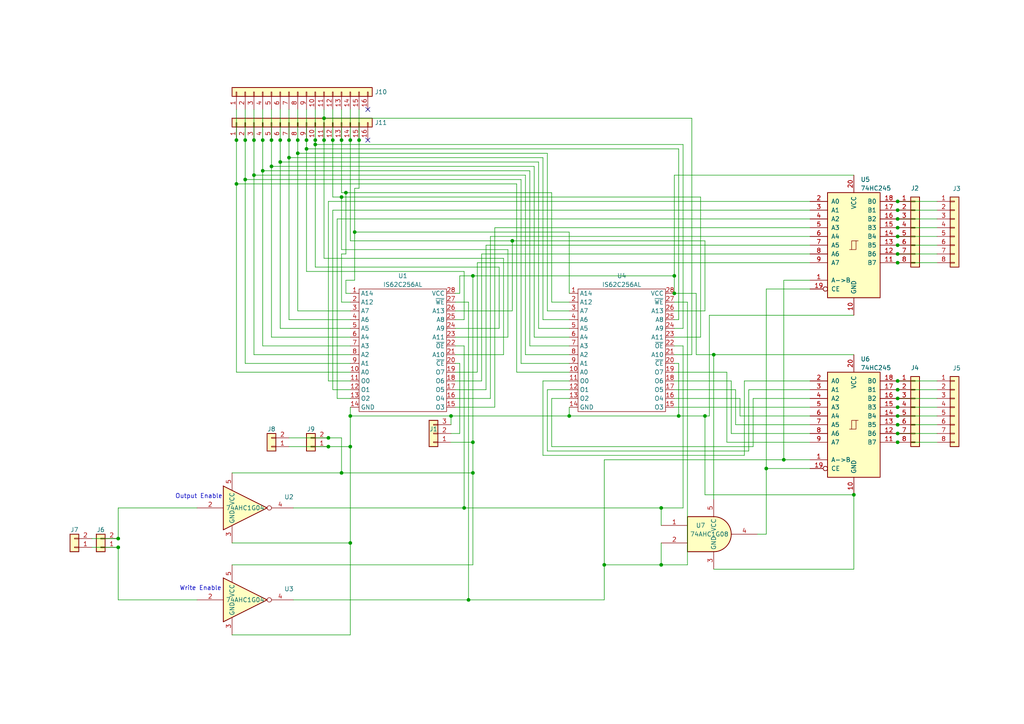
<source format=kicad_sch>
(kicad_sch (version 20230121) (generator eeschema)
  (paper "A4")
  (lib_symbols
    (symbol "74xGxx:74AHC1G04"
      (property "Reference" "U" (at -2.54 3.81 0))
      (property "Value" "74AHC1G04" (at 0 -3.81 0))
      (symbol "74AHC1G04_0_1"
        (polyline (pts (xy -7.62 6.35) (xy -7.62 -6.35) (xy 5.08 0) (xy -7.62 6.35)) (stroke (width 0.254)) (fill (type background)))
      )
      (symbol "74AHC1G04_1_1"
        (pin input line (at -15.24 0 0) (length 7.62) (name "~") (number "2"))
        (pin power_in line (at -5.08 -10.16 90) (length 5.08) (name "GND") (number "3"))
        (pin output inverted (at 12.7 0 180) (length 7.62) (name "~") (number "4"))
        (pin power_in line (at -5.08 10.16 270) (length 5.08) (name "VCC") (number "5"))
      )
    )
    (symbol "74xGxx:74AHC1G08"
      (property "Reference" "U" (at -2.54 3.81 0))
      (property "Value" "74AHC1G08" (at 0 -3.81 0))
      (symbol "74AHC1G08_0_1"
        (arc (start 0 -5.08) (mid 5.0579 0) (end 0 5.08) (stroke (width 0.254)) (fill (type background)))
        (polyline (pts (xy 0 -5.08) (xy -7.62 -5.08) (xy -7.62 5.08) (xy 0 5.08)) (stroke (width 0.254)) (fill (type background)))
      )
      (symbol "74AHC1G08_1_1"
        (pin input line (at -15.24 2.54 0) (length 7.62) (name "~") (number "1"))
        (pin input line (at -15.24 -2.54 0) (length 7.62) (name "~") (number "2"))
        (pin power_in line (at 0 -10.16 90) (length 5.08) (name "GND") (number "3"))
        (pin output line (at 12.7 0 180) (length 7.62) (name "~") (number "4"))
        (pin power_in line (at 0 10.16 270) (length 5.08) (name "VCC") (number "5"))
      )
    )
    (symbol "74xx:74HC245" (pin_names (offset 1.016))
      (property "Reference" "U" (at -7.62 16.51 0))
      (property "Value" "74HC245" (at -7.62 -16.51 0))
      (symbol "74HC245_1_0"
        (polyline (pts (xy -0.635 -1.27) (xy -0.635 1.27) (xy 0.635 1.27)))
        (polyline (pts (xy -1.27 -1.27) (xy 0.635 -1.27) (xy 0.635 1.27) (xy 1.27 1.27)))
        (pin input line (at -12.7 -10.16 0) (length 5.08) (name "A->B") (number "1"))
        (pin power_in line (at 0 -20.32 90) (length 5.08) (name "GND") (number "10"))
        (pin tri_state line (at 12.7 -5.08 180) (length 5.08) (name "B7") (number "11"))
        (pin tri_state line (at 12.7 -2.54 180) (length 5.08) (name "B6") (number "12"))
        (pin tri_state line (at 12.7 0 180) (length 5.08) (name "B5") (number "13"))
        (pin tri_state line (at 12.7 2.54 180) (length 5.08) (name "B4") (number "14"))
        (pin tri_state line (at 12.7 5.08 180) (length 5.08) (name "B3") (number "15"))
        (pin tri_state line (at 12.7 7.62 180) (length 5.08) (name "B2") (number "16"))
        (pin tri_state line (at 12.7 10.16 180) (length 5.08) (name "B1") (number "17"))
        (pin tri_state line (at 12.7 12.7 180) (length 5.08) (name "B0") (number "18"))
        (pin input inverted (at -12.7 -12.7 0) (length 5.08) (name "CE") (number "19"))
        (pin tri_state line (at -12.7 12.7 0) (length 5.08) (name "A0") (number "2"))
        (pin power_in line (at 0 20.32 270) (length 5.08) (name "VCC") (number "20"))
        (pin tri_state line (at -12.7 10.16 0) (length 5.08) (name "A1") (number "3"))
        (pin tri_state line (at -12.7 7.62 0) (length 5.08) (name "A2") (number "4"))
        (pin tri_state line (at -12.7 5.08 0) (length 5.08) (name "A3") (number "5"))
        (pin tri_state line (at -12.7 2.54 0) (length 5.08) (name "A4") (number "6"))
        (pin tri_state line (at -12.7 0 0) (length 5.08) (name "A5") (number "7"))
        (pin tri_state line (at -12.7 -2.54 0) (length 5.08) (name "A6") (number "8"))
        (pin tri_state line (at -12.7 -5.08 0) (length 5.08) (name "A7") (number "9"))
      )
      (symbol "74HC245_1_1"
        (rectangle (start -7.62 15.24) (end 7.62 -15.24) (stroke (width 0.254)) (fill (type background)))
      )
    )
    (symbol "Connector_Generic:Conn_01x02" (pin_names (offset 1.016) hide)
      (property "Reference" "J" (at 0 2.54 0))
      (property "Value" "Conn_01x02" (at 0 -5.08 0))
      (symbol "Conn_01x02_1_1"
        (rectangle (start -1.27 -2.413) (end 0 -2.667) (stroke (width 0.1524)))
        (rectangle (start -1.27 0.127) (end 0 -0.127) (stroke (width 0.1524)))
        (rectangle (start -1.27 1.27) (end 1.27 -3.81) (stroke (width 0.254)) (fill (type background)))
        (pin passive line (at -5.08 0 0) (length 3.81) (name "Pin_1") (number "1"))
        (pin passive line (at -5.08 -2.54 0) (length 3.81) (name "Pin_2") (number "2"))
      )
    )
    (symbol "Connector_Generic:Conn_01x03" (pin_names (offset 1.016) hide)
      (property "Reference" "J" (at 0 5.08 0))
      (property "Value" "Conn_01x03" (at 0 -5.08 0))
      (symbol "Conn_01x03_1_1"
        (rectangle (start -1.27 -2.413) (end 0 -2.667) (stroke (width 0.1524)))
        (rectangle (start -1.27 0.127) (end 0 -0.127) (stroke (width 0.1524)))
        (rectangle (start -1.27 2.667) (end 0 2.413) (stroke (width 0.1524)))
        (rectangle (start -1.27 3.81) (end 1.27 -3.81) (stroke (width 0.254)) (fill (type background)))
        (pin passive line (at -5.08 2.54 0) (length 3.81) (name "Pin_1") (number "1"))
        (pin passive line (at -5.08 0 0) (length 3.81) (name "Pin_2") (number "2"))
        (pin passive line (at -5.08 -2.54 0) (length 3.81) (name "Pin_3") (number "3"))
      )
    )
    (symbol "Connector_Generic:Conn_01x08" (pin_names (offset 1.016) hide)
      (property "Reference" "J" (at 0 10.16 0))
      (property "Value" "Conn_01x08" (at 0 -12.7 0))
      (symbol "Conn_01x08_1_1"
        (rectangle (start -1.27 -10.033) (end 0 -10.287) (stroke (width 0.1524)))
        (rectangle (start -1.27 -7.493) (end 0 -7.747) (stroke (width 0.1524)))
        (rectangle (start -1.27 -4.953) (end 0 -5.207) (stroke (width 0.1524)))
        (rectangle (start -1.27 -2.413) (end 0 -2.667) (stroke (width 0.1524)))
        (rectangle (start -1.27 0.127) (end 0 -0.127) (stroke (width 0.1524)))
        (rectangle (start -1.27 2.667) (end 0 2.413) (stroke (width 0.1524)))
        (rectangle (start -1.27 5.207) (end 0 4.953) (stroke (width 0.1524)))
        (rectangle (start -1.27 7.747) (end 0 7.493) (stroke (width 0.1524)))
        (rectangle (start -1.27 8.89) (end 1.27 -11.43) (stroke (width 0.254)) (fill (type background)))
        (pin passive line (at -5.08 7.62 0) (length 3.81) (name "Pin_1") (number "1"))
        (pin passive line (at -5.08 5.08 0) (length 3.81) (name "Pin_2") (number "2"))
        (pin passive line (at -5.08 2.54 0) (length 3.81) (name "Pin_3") (number "3"))
        (pin passive line (at -5.08 0 0) (length 3.81) (name "Pin_4") (number "4"))
        (pin passive line (at -5.08 -2.54 0) (length 3.81) (name "Pin_5") (number "5"))
        (pin passive line (at -5.08 -5.08 0) (length 3.81) (name "Pin_6") (number "6"))
        (pin passive line (at -5.08 -7.62 0) (length 3.81) (name "Pin_7") (number "7"))
        (pin passive line (at -5.08 -10.16 0) (length 3.81) (name "Pin_8") (number "8"))
      )
    )
    (symbol "Connector_Generic:Conn_01x16" (pin_names (offset 1.016) hide)
      (property "Reference" "J" (at 0 20.32 0))
      (property "Value" "Conn_01x16" (at 0 -22.86 0))
      (symbol "Conn_01x16_1_1"
        (rectangle (start -1.27 -20.193) (end 0 -20.447) (stroke (width 0.1524)))
        (rectangle (start -1.27 -17.653) (end 0 -17.907) (stroke (width 0.1524)))
        (rectangle (start -1.27 -15.113) (end 0 -15.367) (stroke (width 0.1524)))
        (rectangle (start -1.27 -12.573) (end 0 -12.827) (stroke (width 0.1524)))
        (rectangle (start -1.27 -10.033) (end 0 -10.287) (stroke (width 0.1524)))
        (rectangle (start -1.27 -7.493) (end 0 -7.747) (stroke (width 0.1524)))
        (rectangle (start -1.27 -4.953) (end 0 -5.207) (stroke (width 0.1524)))
        (rectangle (start -1.27 -2.413) (end 0 -2.667) (stroke (width 0.1524)))
        (rectangle (start -1.27 0.127) (end 0 -0.127) (stroke (width 0.1524)))
        (rectangle (start -1.27 2.667) (end 0 2.413) (stroke (width 0.1524)))
        (rectangle (start -1.27 5.207) (end 0 4.953) (stroke (width 0.1524)))
        (rectangle (start -1.27 7.747) (end 0 7.493) (stroke (width 0.1524)))
        (rectangle (start -1.27 10.287) (end 0 10.033) (stroke (width 0.1524)))
        (rectangle (start -1.27 12.827) (end 0 12.573) (stroke (width 0.1524)))
        (rectangle (start -1.27 15.367) (end 0 15.113) (stroke (width 0.1524)))
        (rectangle (start -1.27 17.907) (end 0 17.653) (stroke (width 0.1524)))
        (rectangle (start -1.27 19.05) (end 1.27 -21.59) (stroke (width 0.254)) (fill (type background)))
        (pin passive line (at -5.08 17.78 0) (length 3.81) (name "Pin_1") (number "1"))
        (pin passive line (at -5.08 -5.08 0) (length 3.81) (name "Pin_10") (number "10"))
        (pin passive line (at -5.08 -7.62 0) (length 3.81) (name "Pin_11") (number "11"))
        (pin passive line (at -5.08 -10.16 0) (length 3.81) (name "Pin_12") (number "12"))
        (pin passive line (at -5.08 -12.7 0) (length 3.81) (name "Pin_13") (number "13"))
        (pin passive line (at -5.08 -15.24 0) (length 3.81) (name "Pin_14") (number "14"))
        (pin passive line (at -5.08 -17.78 0) (length 3.81) (name "Pin_15") (number "15"))
        (pin passive line (at -5.08 -20.32 0) (length 3.81) (name "Pin_16") (number "16"))
        (pin passive line (at -5.08 15.24 0) (length 3.81) (name "Pin_2") (number "2"))
        (pin passive line (at -5.08 12.7 0) (length 3.81) (name "Pin_3") (number "3"))
        (pin passive line (at -5.08 10.16 0) (length 3.81) (name "Pin_4") (number "4"))
        (pin passive line (at -5.08 7.62 0) (length 3.81) (name "Pin_5") (number "5"))
        (pin passive line (at -5.08 5.08 0) (length 3.81) (name "Pin_6") (number "6"))
        (pin passive line (at -5.08 2.54 0) (length 3.81) (name "Pin_7") (number "7"))
        (pin passive line (at -5.08 0 0) (length 3.81) (name "Pin_8") (number "8"))
        (pin passive line (at -5.08 -2.54 0) (length 3.81) (name "Pin_9") (number "9"))
      )
    )
    (symbol "SRAM:IS62C256AL"
      (property "Reference" "U" (at 0 -1.27 0))
      (property "Value" "IS62C256AL" (at 0 -34.29 0))
      (symbol "IS62C256AL_0_1"
        (rectangle (start -12.7 0) (end 12.7 -35.56))
      )
      (symbol "IS62C256AL_1_1"
        (pin input line (at -15.24 -1.27 0) (length 2.54) (name "A14") (number "1"))
        (pin input line (at -15.24 -24.13 0) (length 2.54) (name "A0") (number "10"))
        (pin output line (at -15.24 -26.67 0) (length 2.54) (name "O0") (number "11"))
        (pin output line (at -15.24 -29.21 0) (length 2.54) (name "O1") (number "12"))
        (pin output line (at -15.24 -31.75 0) (length 2.54) (name "O2") (number "13"))
        (pin input line (at -15.24 -34.29 0) (length 2.54) (name "GND") (number "14"))
        (pin output line (at 15.24 -34.29 180) (length 2.54) (name "O3") (number "15"))
        (pin output line (at 15.24 -31.75 180) (length 2.54) (name "O4") (number "16"))
        (pin output line (at 15.24 -29.21 180) (length 2.54) (name "O5") (number "17"))
        (pin output line (at 15.24 -26.67 180) (length 2.54) (name "O6") (number "18"))
        (pin output line (at 15.24 -24.13 180) (length 2.54) (name "O7") (number "19"))
        (pin input line (at -15.24 -3.81 0) (length 2.54) (name "A12") (number "2"))
        (pin input line (at 15.24 -21.59 180) (length 2.54) (name "~{CE}") (number "20"))
        (pin input line (at 15.24 -19.05 180) (length 2.54) (name "A10") (number "21"))
        (pin input line (at 15.24 -16.51 180) (length 2.54) (name "~{OE}") (number "22"))
        (pin input line (at 15.24 -13.97 180) (length 2.54) (name "A11") (number "23"))
        (pin input line (at 15.24 -11.43 180) (length 2.54) (name "A9") (number "24"))
        (pin input line (at 15.24 -8.89 180) (length 2.54) (name "A8") (number "25"))
        (pin input line (at 15.24 -6.35 180) (length 2.54) (name "A13") (number "26"))
        (pin input line (at 15.24 -3.81 180) (length 2.54) (name "~{WE}") (number "27"))
        (pin input line (at 15.24 -1.27 180) (length 2.54) (name "VCC") (number "28"))
        (pin input line (at -15.24 -6.35 0) (length 2.54) (name "A7") (number "3"))
        (pin input line (at -15.24 -8.89 0) (length 2.54) (name "A6") (number "4"))
        (pin input line (at -15.24 -11.43 0) (length 2.54) (name "A5") (number "5"))
        (pin input line (at -15.24 -13.97 0) (length 2.54) (name "A4") (number "6"))
        (pin input line (at -15.24 -16.51 0) (length 2.54) (name "A3") (number "7"))
        (pin input line (at -15.24 -19.05 0) (length 2.54) (name "A2") (number "8"))
        (pin input line (at -15.24 -21.59 0) (length 2.54) (name "A1") (number "9"))
      )
    )
  )
  (junction (at 99.06 137.16))
  (junction (at 83.82 45.72))
  (junction (at 99.06 40.64))
  (junction (at 137.16 137.16))
  (junction (at 260.35 118.11))
  (junction (at 93.98 34.29))
  (junction (at 91.44 41.91))
  (junction (at 102.87 67.31))
  (junction (at 95.25 127))
  (junction (at 165.1 120.65))
  (junction (at 222.25 135.89))
  (junction (at 196.85 120.65))
  (junction (at 148.59 69.85))
  (junction (at 260.35 68.58))
  (junction (at 101.6 40.64))
  (junction (at 88.9 40.64))
  (junction (at 101.6 120.65))
  (junction (at 78.74 40.64))
  (junction (at 76.2 40.64))
  (junction (at 260.35 63.5))
  (junction (at 137.16 128.27))
  (junction (at 101.6 157.48))
  (junction (at 34.29 156.21))
  (junction (at 260.35 115.57))
  (junction (at 91.44 40.64))
  (junction (at 195.58 85.09))
  (junction (at 71.12 52.07))
  (junction (at 191.77 147.32))
  (junction (at 260.35 120.65))
  (junction (at 260.35 71.12))
  (junction (at 260.35 113.03))
  (junction (at 100.33 55.88))
  (junction (at 227.33 133.35))
  (junction (at 101.6 129.54))
  (junction (at 135.89 173.99))
  (junction (at 68.58 53.34))
  (junction (at 247.65 143.51))
  (junction (at 260.35 110.49))
  (junction (at 99.06 57.15))
  (junction (at 260.35 73.66))
  (junction (at 81.28 46.99))
  (junction (at 95.25 129.54))
  (junction (at 204.47 120.65))
  (junction (at 71.12 40.64))
  (junction (at 260.35 76.2))
  (junction (at 96.52 40.64))
  (junction (at 260.35 125.73))
  (junction (at 130.81 120.65))
  (junction (at 73.66 40.64))
  (junction (at 260.35 60.96))
  (junction (at 137.16 80.01))
  (junction (at 73.66 50.8))
  (junction (at 88.9 43.18))
  (junction (at 191.77 163.83))
  (junction (at 260.35 128.27))
  (junction (at 83.82 40.64))
  (junction (at 260.35 123.19))
  (junction (at 34.29 158.75))
  (junction (at 86.36 44.45))
  (junction (at 175.26 163.83))
  (junction (at 104.14 40.64))
  (junction (at 93.98 40.64))
  (junction (at 78.74 48.26))
  (junction (at 207.01 102.87))
  (junction (at 260.35 58.42))
  (junction (at 81.28 40.64))
  (junction (at 134.62 147.32))
  (junction (at 195.58 80.01))
  (junction (at 68.58 40.64))
  (junction (at 76.2 49.53))
  (junction (at 260.35 66.04))
  (junction (at 86.36 40.64))
  (no_connect (at 106.68 40.64))
  (no_connect (at 106.68 31.75))
  (wire (pts (xy 101.6 90.17) (xy 86.36 90.17)))
  (wire (pts (xy 78.74 48.26) (xy 78.74 40.64)))
  (wire (pts (xy 34.29 147.32) (xy 34.29 156.21)))
  (wire (pts (xy 165.1 97.79) (xy 154.94 97.79)))
  (wire (pts (xy 195.58 110.49) (xy 212.09 110.49)))
  (wire (pts (xy 130.81 120.65) (xy 165.1 120.65)))
  (wire (pts (xy 165.1 87.63) (xy 160.02 87.63)))
  (wire (pts (xy 132.08 85.09) (xy 133.35 85.09)))
  (wire (pts (xy 175.26 133.35) (xy 227.33 133.35)))
  (wire (pts (xy 81.28 95.25) (xy 81.28 46.99)))
  (wire (pts (xy 195.58 95.25) (xy 198.12 95.25)))
  (wire (pts (xy 157.48 92.71) (xy 157.48 45.72)))
  (wire (pts (xy 157.48 45.72) (xy 83.82 45.72)))
  (wire (pts (xy 200.66 34.29) (xy 93.98 34.29)))
  (wire (pts (xy 99.06 87.63) (xy 99.06 73.66)))
  (wire (pts (xy 101.6 85.09) (xy 100.33 85.09)))
  (wire (pts (xy 99.06 57.15) (xy 96.52 57.15)))
  (wire (pts (xy 67.31 184.15) (xy 101.6 184.15)))
  (wire (pts (xy 104.14 54.61) (xy 104.14 40.64)))
  (wire (pts (xy 191.77 147.32) (xy 191.77 152.4)))
  (wire (pts (xy 260.35 123.19) (xy 271.78 123.19)))
  (wire (pts (xy 152.4 102.87) (xy 152.4 50.8)))
  (wire (pts (xy 191.77 163.83) (xy 199.39 163.83)))
  (wire (pts (xy 198.12 41.91) (xy 91.44 41.91)))
  (wire (pts (xy 34.29 173.99) (xy 34.29 158.75)))
  (wire (pts (xy 165.1 105.41) (xy 151.13 105.41)))
  (wire (pts (xy 227.33 133.35) (xy 227.33 81.28)))
  (wire (pts (xy 207.01 102.87) (xy 247.65 102.87)))
  (wire (pts (xy 134.62 78.74) (xy 88.9 78.74)))
  (wire (pts (xy 67.31 163.83) (xy 137.16 163.83)))
  (wire (pts (xy 100.33 55.88) (xy 99.06 55.88)))
  (wire (pts (xy 247.65 165.1) (xy 247.65 143.51)))
  (wire (pts (xy 260.35 60.96) (xy 271.78 60.96)))
  (wire (pts (xy 76.2 49.53) (xy 76.2 40.64)))
  (wire (pts (xy 101.6 129.54) (xy 101.6 120.65)))
  (wire (pts (xy 148.59 69.85) (xy 101.6 69.85)))
  (wire (pts (xy 213.36 113.03) (xy 213.36 123.19)))
  (wire (pts (xy 207.01 165.1) (xy 247.65 165.1)))
  (wire (pts (xy 100.33 85.09) (xy 100.33 81.28)))
  (wire (pts (xy 222.25 154.94) (xy 222.25 135.89)))
  (wire (pts (xy 101.6 105.41) (xy 71.12 105.41)))
  (wire (pts (xy 86.36 90.17) (xy 86.36 44.45)))
  (wire (pts (xy 91.44 77.47) (xy 91.44 41.91)))
  (wire (pts (xy 217.17 130.81) (xy 217.17 113.03)))
  (wire (pts (xy 140.97 71.12) (xy 234.95 71.12)))
  (wire (pts (xy 191.77 147.32) (xy 198.12 147.32)))
  (wire (pts (xy 175.26 163.83) (xy 191.77 163.83)))
  (wire (pts (xy 88.9 43.18) (xy 88.9 40.64)))
  (wire (pts (xy 222.25 83.82) (xy 222.25 135.89)))
  (wire (pts (xy 204.47 143.51) (xy 204.47 120.65)))
  (wire (pts (xy 76.2 40.64) (xy 76.2 31.75)))
  (wire (pts (xy 195.58 107.95) (xy 210.82 107.95)))
  (wire (pts (xy 101.6 97.79) (xy 78.74 97.79)))
  (wire (pts (xy 57.15 147.32) (xy 34.29 147.32)))
  (wire (pts (xy 144.78 95.25) (xy 144.78 77.47)))
  (wire (pts (xy 132.08 107.95) (xy 138.43 107.95)))
  (wire (pts (xy 95.25 110.49) (xy 95.25 58.42)))
  (wire (pts (xy 101.6 157.48) (xy 101.6 129.54)))
  (wire (pts (xy 199.39 163.83) (xy 199.39 87.63)))
  (wire (pts (xy 247.65 50.8) (xy 195.58 50.8)))
  (wire (pts (xy 165.1 120.65) (xy 165.1 118.11)))
  (wire (pts (xy 130.81 125.73) (xy 133.35 125.73)))
  (wire (pts (xy 154.94 97.79) (xy 154.94 48.26)))
  (wire (pts (xy 95.25 129.54) (xy 101.6 129.54)))
  (wire (pts (xy 146.05 74.93) (xy 93.98 74.93)))
  (wire (pts (xy 78.74 97.79) (xy 78.74 48.26)))
  (wire (pts (xy 67.31 137.16) (xy 99.06 137.16)))
  (wire (pts (xy 73.66 31.75) (xy 73.66 40.64)))
  (wire (pts (xy 101.6 100.33) (xy 76.2 100.33)))
  (wire (pts (xy 101.6 102.87) (xy 73.66 102.87)))
  (wire (pts (xy 96.52 113.03) (xy 96.52 60.96)))
  (wire (pts (xy 99.06 55.88) (xy 99.06 40.64)))
  (wire (pts (xy 57.15 173.99) (xy 34.29 173.99)))
  (wire (pts (xy 101.6 87.63) (xy 99.06 87.63)))
  (wire (pts (xy 142.24 115.57) (xy 142.24 68.58)))
  (wire (pts (xy 195.58 97.79) (xy 203.2 97.79)))
  (wire (pts (xy 195.58 113.03) (xy 213.36 113.03)))
  (wire (pts (xy 158.75 90.17) (xy 158.75 44.45)))
  (wire (pts (xy 83.82 129.54) (xy 95.25 129.54)))
  (wire (pts (xy 191.77 157.48) (xy 191.77 163.83)))
  (wire (pts (xy 101.6 95.25) (xy 81.28 95.25)))
  (wire (pts (xy 137.16 80.01) (xy 195.58 80.01)))
  (wire (pts (xy 165.1 92.71) (xy 157.48 92.71)))
  (wire (pts (xy 210.82 128.27) (xy 234.95 128.27)))
  (wire (pts (xy 81.28 46.99) (xy 81.28 40.64)))
  (wire (pts (xy 95.25 127) (xy 99.06 127)))
  (wire (pts (xy 99.06 40.64) (xy 99.06 31.75)))
  (wire (pts (xy 148.59 69.85) (xy 204.47 69.85)))
  (wire (pts (xy 132.08 105.41) (xy 133.35 105.41)))
  (wire (pts (xy 135.89 173.99) (xy 135.89 87.63)))
  (wire (pts (xy 140.97 113.03) (xy 140.97 71.12)))
  (wire (pts (xy 222.25 135.89) (xy 234.95 135.89)))
  (wire (pts (xy 165.1 90.17) (xy 158.75 90.17)))
  (wire (pts (xy 247.65 91.44) (xy 205.74 91.44)))
  (wire (pts (xy 138.43 107.95) (xy 138.43 76.2)))
  (wire (pts (xy 83.82 40.64) (xy 83.82 31.75)))
  (wire (pts (xy 73.66 40.64) (xy 73.66 50.8)))
  (wire (pts (xy 137.16 137.16) (xy 137.16 128.27)))
  (wire (pts (xy 198.12 95.25) (xy 198.12 41.91)))
  (wire (pts (xy 73.66 50.8) (xy 73.66 102.87)))
  (wire (pts (xy 132.08 92.71) (xy 134.62 92.71)))
  (wire (pts (xy 160.02 115.57) (xy 160.02 129.54)))
  (wire (pts (xy 101.6 110.49) (xy 95.25 110.49)))
  (wire (pts (xy 260.35 71.12) (xy 271.78 71.12)))
  (wire (pts (xy 101.6 115.57) (xy 97.79 115.57)))
  (wire (pts (xy 132.08 97.79) (xy 147.32 97.79)))
  (wire (pts (xy 85.09 173.99) (xy 135.89 173.99)))
  (wire (pts (xy 196.85 43.18) (xy 88.9 43.18)))
  (wire (pts (xy 151.13 105.41) (xy 151.13 52.07)))
  (wire (pts (xy 156.21 95.25) (xy 156.21 46.99)))
  (wire (pts (xy 218.44 115.57) (xy 234.95 115.57)))
  (wire (pts (xy 91.44 40.64) (xy 91.44 31.75)))
  (wire (pts (xy 260.35 68.58) (xy 271.78 68.58)))
  (wire (pts (xy 204.47 90.17) (xy 204.47 69.85)))
  (wire (pts (xy 175.26 173.99) (xy 175.26 163.83)))
  (wire (pts (xy 83.82 127) (xy 95.25 127)))
  (wire (pts (xy 149.86 53.34) (xy 68.58 53.34)))
  (wire (pts (xy 195.58 80.01) (xy 195.58 85.09)))
  (wire (pts (xy 135.89 173.99) (xy 175.26 173.99)))
  (wire (pts (xy 219.71 154.94) (xy 222.25 154.94)))
  (wire (pts (xy 157.48 132.08) (xy 215.9 132.08)))
  (wire (pts (xy 227.33 81.28) (xy 234.95 81.28)))
  (wire (pts (xy 156.21 46.99) (xy 81.28 46.99)))
  (wire (pts (xy 260.35 120.65) (xy 271.78 120.65)))
  (wire (pts (xy 205.74 91.44) (xy 205.74 120.65)))
  (wire (pts (xy 195.58 102.87) (xy 200.66 102.87)))
  (wire (pts (xy 68.58 40.64) (xy 68.58 31.75)))
  (wire (pts (xy 133.35 80.01) (xy 137.16 80.01)))
  (wire (pts (xy 160.02 55.88) (xy 100.33 55.88)))
  (wire (pts (xy 26.67 158.75) (xy 34.29 158.75)))
  (wire (pts (xy 132.08 115.57) (xy 142.24 115.57)))
  (wire (pts (xy 101.6 118.11) (xy 101.6 120.65)))
  (wire (pts (xy 234.95 83.82) (xy 222.25 83.82)))
  (wire (pts (xy 260.35 128.27) (xy 271.78 128.27)))
  (wire (pts (xy 68.58 53.34) (xy 68.58 40.64)))
  (wire (pts (xy 143.51 66.04) (xy 234.95 66.04)))
  (wire (pts (xy 88.9 78.74) (xy 88.9 43.18)))
  (wire (pts (xy 132.08 113.03) (xy 140.97 113.03)))
  (wire (pts (xy 134.62 92.71) (xy 134.62 78.74)))
  (wire (pts (xy 67.31 157.48) (xy 101.6 157.48)))
  (wire (pts (xy 201.93 102.87) (xy 201.93 85.09)))
  (wire (pts (xy 195.58 118.11) (xy 234.95 118.11)))
  (wire (pts (xy 160.02 129.54) (xy 218.44 129.54)))
  (wire (pts (xy 205.74 120.65) (xy 204.47 120.65)))
  (wire (pts (xy 165.1 110.49) (xy 157.48 110.49)))
  (wire (pts (xy 260.35 66.04) (xy 271.78 66.04)))
  (wire (pts (xy 195.58 90.17) (xy 204.47 90.17)))
  (wire (pts (xy 157.48 110.49) (xy 157.48 132.08)))
  (wire (pts (xy 95.25 58.42) (xy 234.95 58.42)))
  (wire (pts (xy 260.35 76.2) (xy 271.78 76.2)))
  (wire (pts (xy 160.02 87.63) (xy 160.02 55.88)))
  (wire (pts (xy 130.81 120.65) (xy 130.81 123.19)))
  (wire (pts (xy 26.67 156.21) (xy 34.29 156.21)))
  (wire (pts (xy 215.9 132.08) (xy 215.9 110.49)))
  (wire (pts (xy 165.1 115.57) (xy 160.02 115.57)))
  (wire (pts (xy 195.58 50.8) (xy 195.58 80.01)))
  (wire (pts (xy 99.06 137.16) (xy 137.16 137.16)))
  (wire (pts (xy 260.35 63.5) (xy 271.78 63.5)))
  (wire (pts (xy 175.26 163.83) (xy 175.26 133.35)))
  (wire (pts (xy 91.44 41.91) (xy 91.44 40.64)))
  (wire (pts (xy 214.63 120.65) (xy 234.95 120.65)))
  (wire (pts (xy 99.06 73.66) (xy 100.33 73.66)))
  (wire (pts (xy 102.87 67.31) (xy 102.87 54.61)))
  (wire (pts (xy 68.58 107.95) (xy 68.58 53.34)))
  (wire (pts (xy 142.24 68.58) (xy 234.95 68.58)))
  (wire (pts (xy 146.05 102.87) (xy 146.05 74.93)))
  (wire (pts (xy 195.58 92.71) (xy 196.85 92.71)))
  (wire (pts (xy 132.08 118.11) (xy 143.51 118.11)))
  (wire (pts (xy 260.35 125.73) (xy 271.78 125.73)))
  (wire (pts (xy 165.1 102.87) (xy 152.4 102.87)))
  (wire (pts (xy 78.74 48.26) (xy 154.94 48.26)))
  (wire (pts (xy 102.87 81.28) (xy 102.87 67.31)))
  (wire (pts (xy 204.47 120.65) (xy 196.85 120.65)))
  (wire (pts (xy 195.58 105.41) (xy 196.85 105.41)))
  (wire (pts (xy 134.62 147.32) (xy 134.62 100.33)))
  (wire (pts (xy 100.33 73.66) (xy 100.33 55.88)))
  (wire (pts (xy 133.35 85.09) (xy 133.35 80.01)))
  (wire (pts (xy 260.35 115.57) (xy 271.78 115.57)))
  (wire (pts (xy 218.44 129.54) (xy 218.44 115.57)))
  (wire (pts (xy 83.82 92.71) (xy 83.82 45.72)))
  (wire (pts (xy 144.78 77.47) (xy 91.44 77.47)))
  (wire (pts (xy 102.87 67.31) (xy 165.1 67.31)))
  (wire (pts (xy 213.36 123.19) (xy 234.95 123.19)))
  (wire (pts (xy 165.1 113.03) (xy 158.75 113.03)))
  (wire (pts (xy 149.86 107.95) (xy 149.86 53.34)))
  (wire (pts (xy 212.09 125.73) (xy 234.95 125.73)))
  (wire (pts (xy 165.1 100.33) (xy 153.67 100.33)))
  (wire (pts (xy 101.6 184.15) (xy 101.6 157.48)))
  (wire (pts (xy 215.9 110.49) (xy 234.95 110.49)))
  (wire (pts (xy 99.06 72.39) (xy 99.06 57.15)))
  (wire (pts (xy 101.6 113.03) (xy 96.52 113.03)))
  (wire (pts (xy 158.75 113.03) (xy 158.75 130.81)))
  (wire (pts (xy 260.35 118.11) (xy 271.78 118.11)))
  (wire (pts (xy 195.58 115.57) (xy 214.63 115.57)))
  (wire (pts (xy 217.17 113.03) (xy 234.95 113.03)))
  (wire (pts (xy 130.81 128.27) (xy 137.16 128.27)))
  (wire (pts (xy 165.1 85.09) (xy 165.1 67.31)))
  (wire (pts (xy 86.36 44.45) (xy 86.36 40.64)))
  (wire (pts (xy 196.85 105.41) (xy 196.85 120.65)))
  (wire (pts (xy 96.52 60.96) (xy 234.95 60.96)))
  (wire (pts (xy 132.08 90.17) (xy 148.59 90.17)))
  (wire (pts (xy 148.59 90.17) (xy 148.59 69.85)))
  (wire (pts (xy 93.98 40.64) (xy 93.98 34.29)))
  (wire (pts (xy 101.6 92.71) (xy 83.82 92.71)))
  (wire (pts (xy 158.75 130.81) (xy 217.17 130.81)))
  (wire (pts (xy 83.82 45.72) (xy 83.82 40.64)))
  (wire (pts (xy 97.79 115.57) (xy 97.79 63.5)))
  (wire (pts (xy 139.7 110.49) (xy 139.7 73.66)))
  (wire (pts (xy 132.08 110.49) (xy 139.7 110.49)))
  (wire (pts (xy 196.85 92.71) (xy 196.85 43.18)))
  (wire (pts (xy 71.12 105.41) (xy 71.12 52.07)))
  (wire (pts (xy 203.2 57.15) (xy 99.06 57.15)))
  (wire (pts (xy 104.14 40.64) (xy 104.14 31.75)))
  (wire (pts (xy 86.36 40.64) (xy 86.36 31.75)))
  (wire (pts (xy 147.32 72.39) (xy 99.06 72.39)))
  (wire (pts (xy 165.1 120.65) (xy 196.85 120.65)))
  (wire (pts (xy 199.39 87.63) (xy 195.58 87.63)))
  (wire (pts (xy 165.1 107.95) (xy 149.86 107.95)))
  (wire (pts (xy 132.08 95.25) (xy 144.78 95.25)))
  (wire (pts (xy 207.01 102.87) (xy 207.01 144.78)))
  (wire (pts (xy 137.16 128.27) (xy 137.16 80.01)))
  (wire (pts (xy 101.6 40.64) (xy 101.6 69.85)))
  (wire (pts (xy 151.13 52.07) (xy 71.12 52.07)))
  (wire (pts (xy 198.12 100.33) (xy 198.12 147.32)))
  (wire (pts (xy 96.52 57.15) (xy 96.52 40.64)))
  (wire (pts (xy 78.74 40.64) (xy 78.74 31.75)))
  (wire (pts (xy 158.75 44.45) (xy 86.36 44.45)))
  (wire (pts (xy 135.89 87.63) (xy 132.08 87.63)))
  (wire (pts (xy 260.35 110.49) (xy 271.78 110.49)))
  (wire (pts (xy 81.28 40.64) (xy 81.28 31.75)))
  (wire (pts (xy 200.66 102.87) (xy 200.66 34.29)))
  (wire (pts (xy 133.35 105.41) (xy 133.35 125.73)))
  (wire (pts (xy 147.32 97.79) (xy 147.32 72.39)))
  (wire (pts (xy 93.98 74.93) (xy 93.98 40.64)))
  (wire (pts (xy 71.12 40.64) (xy 71.12 31.75)))
  (wire (pts (xy 85.09 147.32) (xy 134.62 147.32)))
  (wire (pts (xy 101.6 31.75) (xy 101.6 40.64)))
  (wire (pts (xy 260.35 73.66) (xy 271.78 73.66)))
  (wire (pts (xy 152.4 50.8) (xy 73.66 50.8)))
  (wire (pts (xy 88.9 40.64) (xy 88.9 31.75)))
  (wire (pts (xy 165.1 95.25) (xy 156.21 95.25)))
  (wire (pts (xy 260.35 58.42) (xy 271.78 58.42)))
  (wire (pts (xy 101.6 120.65) (xy 130.81 120.65)))
  (wire (pts (xy 137.16 163.83) (xy 137.16 137.16)))
  (wire (pts (xy 102.87 54.61) (xy 104.14 54.61)))
  (wire (pts (xy 214.63 115.57) (xy 214.63 120.65)))
  (wire (pts (xy 134.62 100.33) (xy 132.08 100.33)))
  (wire (pts (xy 138.43 76.2) (xy 234.95 76.2)))
  (wire (pts (xy 201.93 102.87) (xy 207.01 102.87)))
  (wire (pts (xy 93.98 34.29) (xy 93.98 31.75)))
  (wire (pts (xy 210.82 107.95) (xy 210.82 128.27)))
  (wire (pts (xy 100.33 81.28) (xy 102.87 81.28)))
  (wire (pts (xy 195.58 100.33) (xy 198.12 100.33)))
  (wire (pts (xy 99.06 127) (xy 99.06 137.16)))
  (wire (pts (xy 101.6 107.95) (xy 68.58 107.95)))
  (wire (pts (xy 143.51 118.11) (xy 143.51 66.04)))
  (wire (pts (xy 76.2 100.33) (xy 76.2 49.53)))
  (wire (pts (xy 96.52 40.64) (xy 96.52 31.75)))
  (wire (pts (xy 203.2 97.79) (xy 203.2 57.15)))
  (wire (pts (xy 227.33 133.35) (xy 234.95 133.35)))
  (wire (pts (xy 212.09 110.49) (xy 212.09 125.73)))
  (wire (pts (xy 134.62 147.32) (xy 191.77 147.32)))
  (wire (pts (xy 71.12 52.07) (xy 71.12 40.64)))
  (wire (pts (xy 201.93 85.09) (xy 195.58 85.09)))
  (wire (pts (xy 247.65 143.51) (xy 204.47 143.51)))
  (wire (pts (xy 139.7 73.66) (xy 234.95 73.66)))
  (wire (pts (xy 153.67 49.53) (xy 76.2 49.53)))
  (wire (pts (xy 132.08 102.87) (xy 146.05 102.87)))
  (wire (pts (xy 260.35 113.03) (xy 271.78 113.03)))
  (wire (pts (xy 97.79 63.5) (xy 234.95 63.5)))
  (wire (pts (xy 153.67 100.33) (xy 153.67 49.53)))
  (text "Output Enable" (at 50.8 144.78 0) (effects (font (size 1.27 1.27)) (justify left bottom)))
  (text "Write Enable\n" (at 52.07 171.45 0) (effects (font (size 1.27 1.27)) (justify left bottom)))
  (symbol (lib_id "Connector_Generic:Conn_01x02") (at 78.74 129.54 180) (unit 1)
    (property "Reference" "J8" (at 78.74 124.46 0))
    (property "Value" "Conn_01x02" (effects hide))
  )
  (symbol (lib_id "SRAM:IS62C256AL") (at 116.84 83.82 0) (unit 1)
    (property "Reference" "U1" (at 116.84 80.01 0))
    (property "Value" "IS62C256AL" (at 116.84 82.55 0))
  )
  (symbol (lib_id "Connector_Generic:Conn_01x08") (at 276.86 118.11 0) (unit 1)
    (property "Reference" "J5" (at 276.2815 106.7733 0) (effects (justify left)))
    (property "Value" "Conn_01x08" (effects hide))
  )
  (symbol (lib_id "74xx:74HC245") (at 247.65 71.12 0) (unit 1)
    (property "Reference" "U5" (at 249.6059 52.07 0) (effects (justify left)))
    (property "Value" "74HC245" (at 249.6059 54.61 0) (effects (justify left)))
    (property "Datasheet" "http://www.ti.com/lit/gpn/sn74HC245" (effects hide))
  )
  (symbol (lib_id "Connector_Generic:Conn_01x02") (at 21.59 158.75 180) (unit 1)
    (property "Reference" "J7" (at 21.59 153.67 0))
    (property "Value" "Conn_01x02" (effects hide))
  )
  (symbol (lib_id "Connector_Generic:Conn_01x02") (at 29.21 158.75 180) (unit 1)
    (property "Reference" "J6" (at 29.21 153.67 0))
    (property "Value" "Conn_01x02" (effects hide))
  )
  (symbol (lib_id "Connector_Generic:Conn_01x02") (at 90.17 129.54 180) (unit 1)
    (property "Reference" "J9" (at 90.17 124.46 0))
    (property "Value" "Conn_01x02" (effects hide))
  )
  (symbol (lib_id "74xx:74HC245") (at 247.65 123.19 0) (unit 1)
    (property "Reference" "U6" (at 249.6059 104.14 0) (effects (justify left)))
    (property "Value" "74HC245" (at 249.6059 106.68 0) (effects (justify left)))
    (property "Datasheet" "http://www.ti.com/lit/gpn/sn74HC245" (effects hide))
  )
  (symbol (lib_id "Connector_Generic:Conn_01x08") (at 265.43 66.04 0) (unit 1)
    (property "Reference" "J2" (at 264.16 54.61 0) (effects (justify left)))
    (property "Value" "Conn_01x08" (effects hide))
  )
  (symbol (lib_id "74xGxx:74AHC1G04") (at 72.39 173.99 0) (unit 1)
    (property "Reference" "U3" (at 83.82 170.8151 0))
    (property "Value" "74AHC1G04" (at 71.12 173.99 0))
    (property "Datasheet" "http://www.ti.com/lit/sg/scyt129e/scyt129e.pdf" (effects hide))
  )
  (symbol (lib_id "74xGxx:74AHC1G04") (at 72.39 147.32 0) (unit 1)
    (property "Reference" "U2" (at 83.82 144.1451 0))
    (property "Value" "74AHC1G04" (at 71.12 147.32 0))
    (property "Datasheet" "http://www.ti.com/lit/sg/scyt129e/scyt129e.pdf" (effects hide))
  )
  (symbol (lib_id "Connector_Generic:Conn_01x08") (at 265.43 118.11 0) (unit 1)
    (property "Reference" "J4" (at 264.16 106.68 0) (effects (justify left)))
    (property "Value" "Conn_01x08" (effects hide))
  )
  (symbol (lib_id "Connector_Generic:Conn_01x16") (at 86.36 26.67 90) (unit 1)
    (property "Reference" "J10" (at 110.49 26.67 90))
    (property "Value" "Conn_01x16" (effects hide))
  )
  (symbol (lib_id "Connector_Generic:Conn_01x03") (at 125.73 125.73 180) (unit 1)
    (property "Reference" "J1" (at 125.73 124.46 0))
    (property "Value" "Conn_01x03" (effects hide))
  )
  (symbol (lib_id "Connector_Generic:Conn_01x16") (at 86.36 35.56 90) (unit 1)
    (property "Reference" "J11" (at 110.49 35.56 90))
    (property "Value" "Conn_01x16" (effects hide))
  )
  (symbol (lib_id "Connector_Generic:Conn_01x08") (at 276.86 66.04 0) (unit 1)
    (property "Reference" "J3" (at 276.2815 54.7033 0) (effects (justify left)))
    (property "Value" "Conn_01x08" (effects hide))
  )
  (symbol (lib_id "SRAM:IS62C256AL") (at 180.34 83.82 0) (unit 1)
    (property "Reference" "U4" (at 180.34 80.01 0))
    (property "Value" "IS62C256AL" (at 180.34 82.55 0))
  )
  (symbol (lib_id "74xGxx:74AHC1G08") (at 207.01 154.94 0) (unit 1)
    (property "Reference" "U7" (at 203.2 152.4 0))
    (property "Value" "74AHC1G08" (at 205.74 154.94 0))
    (property "Datasheet" "http://www.ti.com/lit/sg/scyt129e/scyt129e.pdf" (effects hide))
  )
)
</source>
